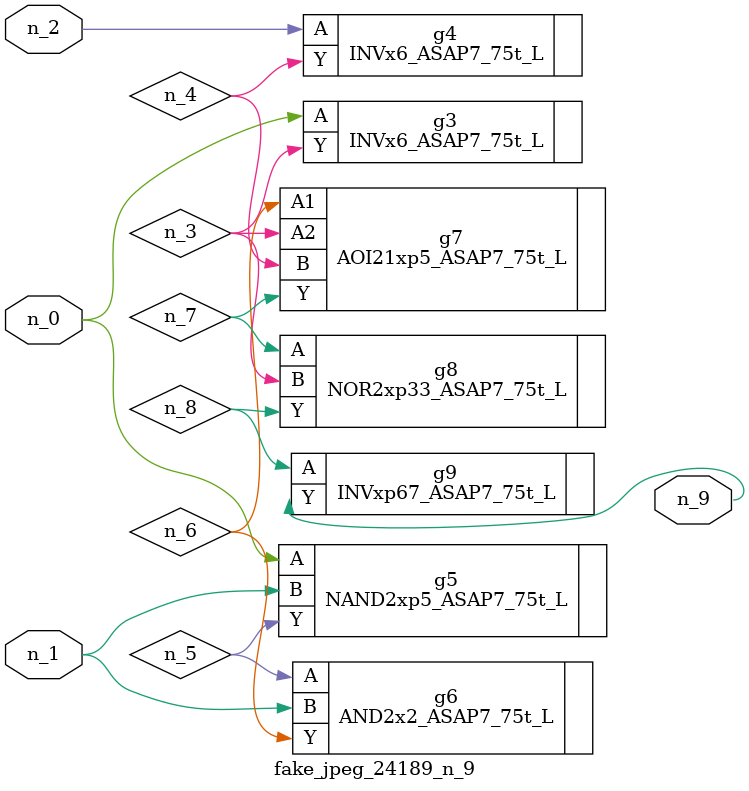
<source format=v>
module fake_jpeg_24189_n_9 (n_0, n_2, n_1, n_9);

input n_0;
input n_2;
input n_1;

output n_9;

wire n_3;
wire n_4;
wire n_8;
wire n_6;
wire n_5;
wire n_7;

INVx6_ASAP7_75t_L g3 ( 
.A(n_0),
.Y(n_3)
);

INVx6_ASAP7_75t_L g4 ( 
.A(n_2),
.Y(n_4)
);

NAND2xp5_ASAP7_75t_L g5 ( 
.A(n_0),
.B(n_1),
.Y(n_5)
);

AND2x2_ASAP7_75t_L g6 ( 
.A(n_5),
.B(n_1),
.Y(n_6)
);

AOI21xp5_ASAP7_75t_L g7 ( 
.A1(n_6),
.A2(n_3),
.B(n_4),
.Y(n_7)
);

NOR2xp33_ASAP7_75t_L g8 ( 
.A(n_7),
.B(n_3),
.Y(n_8)
);

INVxp67_ASAP7_75t_L g9 ( 
.A(n_8),
.Y(n_9)
);


endmodule
</source>
